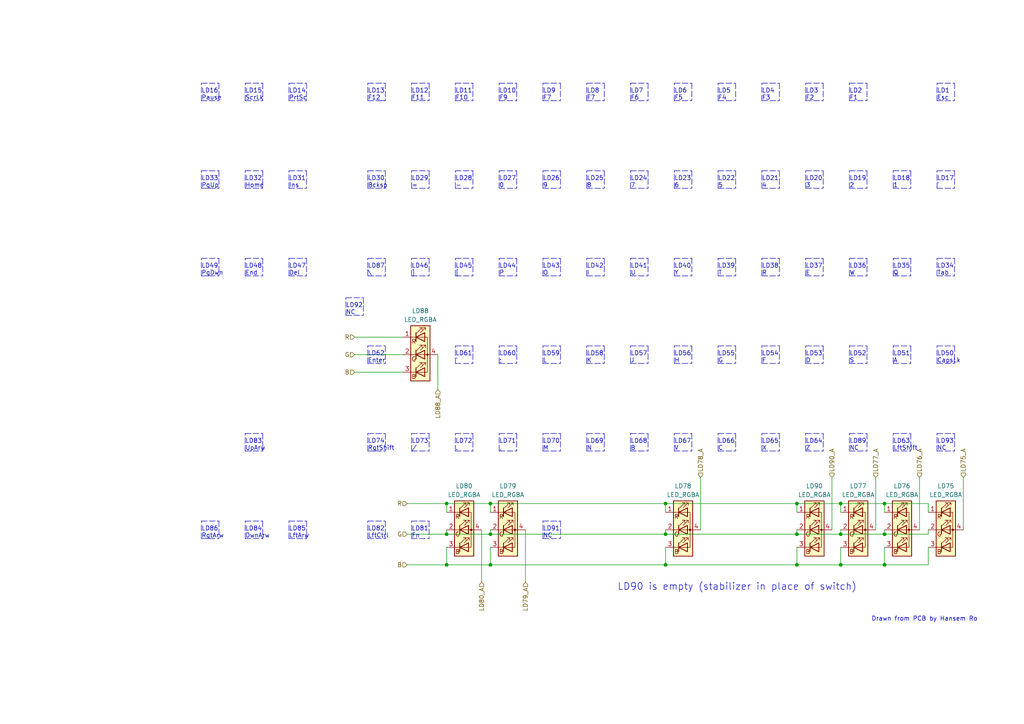
<source format=kicad_sch>
(kicad_sch (version 20211123) (generator eeschema)
  (paper "A4")
  (lib_symbols
    (symbol "Device:LED_RGBA" (pin_names (offset 0) hide)
      (property "Reference" "D" (at 0 9.398 0))
      (property "Value" "LED_RGBA" (at 0 -8.89 0))
      (symbol "LED_RGBA_0_0"
        (text "B" (at -1.905 -6.35 0) (effects (font (size 1.27 1.27))))
        (text "G" (at -1.905 -1.27 0) (effects (font (size 1.27 1.27))))
        (text "R" (at -1.905 3.81 0) (effects (font (size 1.27 1.27))))
      )
      (symbol "LED_RGBA_0_1"
        (polyline (pts (xy -1.27 -5.08) (xy -2.54 -5.08)))
        (polyline (pts (xy -1.27 -5.08) (xy 1.27 -5.08)))
        (polyline (pts (xy -1.27 -3.81) (xy -1.27 -6.35)) (stroke (width 0.254)))
        (polyline (pts (xy -1.27 0) (xy -2.54 0)))
        (polyline (pts (xy -1.27 1.27) (xy -1.27 -1.27)) (stroke (width 0.254)))
        (polyline (pts (xy -1.27 5.08) (xy -2.54 5.08)))
        (polyline (pts (xy -1.27 5.08) (xy 1.27 5.08)))
        (polyline (pts (xy -1.27 6.35) (xy -1.27 3.81)) (stroke (width 0.254)))
        (polyline (pts (xy 1.27 0) (xy -1.27 0)))
        (polyline (pts (xy 1.27 0) (xy 2.54 0)))
        (polyline (pts (xy -1.27 1.27) (xy -1.27 -1.27) (xy -1.27 -1.27)))
        (polyline (pts (xy -1.27 6.35) (xy -1.27 3.81) (xy -1.27 3.81)))
        (polyline (pts (xy 1.27 -5.08) (xy 2.032 -5.08) (xy 2.032 5.08) (xy 1.27 5.08)))
        (polyline (pts (xy 1.27 -3.81) (xy 1.27 -6.35) (xy -1.27 -5.08) (xy 1.27 -3.81)) (stroke (width 0.254)))
        (polyline (pts (xy 1.27 1.27) (xy 1.27 -1.27) (xy -1.27 0) (xy 1.27 1.27)) (stroke (width 0.254)))
        (polyline (pts (xy 1.27 6.35) (xy 1.27 3.81) (xy -1.27 5.08) (xy 1.27 6.35)) (stroke (width 0.254)))
        (polyline (pts (xy -1.016 -3.81) (xy 0.508 -2.286) (xy -0.254 -2.286) (xy 0.508 -2.286) (xy 0.508 -3.048)))
        (polyline (pts (xy -1.016 1.27) (xy 0.508 2.794) (xy -0.254 2.794) (xy 0.508 2.794) (xy 0.508 2.032)))
        (polyline (pts (xy -1.016 6.35) (xy 0.508 7.874) (xy -0.254 7.874) (xy 0.508 7.874) (xy 0.508 7.112)))
        (polyline (pts (xy 0 -3.81) (xy 1.524 -2.286) (xy 0.762 -2.286) (xy 1.524 -2.286) (xy 1.524 -3.048)))
        (polyline (pts (xy 0 1.27) (xy 1.524 2.794) (xy 0.762 2.794) (xy 1.524 2.794) (xy 1.524 2.032)))
        (polyline (pts (xy 0 6.35) (xy 1.524 7.874) (xy 0.762 7.874) (xy 1.524 7.874) (xy 1.524 7.112)))
        (rectangle (start 1.27 -1.27) (end 1.27 1.27))
        (rectangle (start 1.27 1.27) (end 1.27 1.27))
        (rectangle (start 1.27 3.81) (end 1.27 6.35))
        (rectangle (start 1.27 6.35) (end 1.27 6.35))
        (circle (center 2.032 0) (radius 0.254) (fill (type outline)))
        (rectangle (start 2.794 8.382) (end -2.794 -7.62) (stroke (width 0.254)) (fill (type background)))
      )
      (symbol "LED_RGBA_1_1"
        (pin passive line (at -5.08 5.08 0) (length 2.54) (name "RK") (number "1"))
        (pin passive line (at -5.08 0 0) (length 2.54) (name "GK") (number "2"))
        (pin passive line (at -5.08 -5.08 0) (length 2.54) (name "BK") (number "3"))
        (pin passive line (at 5.08 0 180) (length 2.54) (name "A") (number "4"))
      )
    )
  )
  (junction (at 142.24 163.83))
  (junction (at 193.04 146.05))
  (junction (at 193.04 154.94))
  (junction (at 243.84 154.94))
  (junction (at 231.14 163.83))
  (junction (at 129.54 154.94))
  (junction (at 243.84 146.05))
  (junction (at 231.14 154.94))
  (junction (at 243.84 163.83))
  (junction (at 256.54 163.83))
  (junction (at 256.54 146.05))
  (junction (at 129.54 163.83))
  (junction (at 142.24 154.94))
  (junction (at 193.04 163.83))
  (junction (at 231.14 146.05))
  (junction (at 256.54 154.94))
  (junction (at 129.54 146.05))
  (junction (at 142.24 146.05))
  (polyline (pts (xy 157.48 130.81) (xy 162.56 130.81)))
  (polyline (pts (xy 157.48 54.61) (xy 157.48 49.53)))
  (polyline (pts (xy 106.68 105.41) (xy 111.76 105.41)))
  (wire (pts (xy 256.54 146.05) (xy 256.54 148.59)))
  (polyline (pts (xy 76.2 74.93) (xy 76.2 80.01)))
  (polyline (pts (xy 162.56 74.93) (xy 162.56 80.01)))
  (polyline (pts (xy 132.08 74.93) (xy 137.16 74.93)))
  (polyline (pts (xy 259.08 54.61) (xy 264.16 54.61)))
  (polyline (pts (xy 132.08 105.41) (xy 137.16 105.41)))
  (polyline (pts (xy 132.08 49.53) (xy 137.16 49.53)))
  (polyline (pts (xy 170.18 130.81) (xy 175.26 130.81)))
  (wire (pts (xy 129.54 163.83) (xy 142.24 163.83)))
  (polyline (pts (xy 111.76 151.13) (xy 111.76 156.21)))
  (polyline (pts (xy 208.28 54.61) (xy 208.28 49.53)))
  (polyline (pts (xy 119.38 54.61) (xy 119.38 49.53)))
  (polyline (pts (xy 220.98 29.21) (xy 226.06 29.21)))
  (polyline (pts (xy 264.16 100.33) (xy 264.16 105.41)))
  (wire (pts (xy 243.84 154.94) (xy 256.54 154.94)))
  (polyline (pts (xy 106.68 156.21) (xy 111.76 156.21)))
  (polyline (pts (xy 213.36 49.53) (xy 213.36 54.61)))
  (polyline (pts (xy 119.38 156.21) (xy 124.46 156.21)))
  (polyline (pts (xy 259.08 54.61) (xy 259.08 49.53)))
  (polyline (pts (xy 195.58 29.21) (xy 195.58 24.13)))
  (polyline (pts (xy 246.38 105.41) (xy 251.46 105.41)))
  (polyline (pts (xy 83.82 156.21) (xy 83.82 151.13)))
  (wire (pts (xy 142.24 163.83) (xy 193.04 163.83)))
  (wire (pts (xy 102.87 107.95) (xy 116.84 107.95)))
  (polyline (pts (xy 119.38 24.13) (xy 124.46 24.13)))
  (polyline (pts (xy 182.88 54.61) (xy 187.96 54.61)))
  (polyline (pts (xy 83.82 80.01) (xy 88.9 80.01)))
  (polyline (pts (xy 200.66 74.93) (xy 200.66 80.01)))
  (wire (pts (xy 231.14 163.83) (xy 231.14 158.75)))
  (polyline (pts (xy 233.68 24.13) (xy 238.76 24.13)))
  (polyline (pts (xy 157.48 24.13) (xy 162.56 24.13)))
  (polyline (pts (xy 144.78 125.73) (xy 149.86 125.73)))
  (polyline (pts (xy 111.76 24.13) (xy 111.76 29.21)))
  (wire (pts (xy 243.84 146.05) (xy 243.84 148.59)))
  (polyline (pts (xy 105.41 86.36) (xy 105.41 91.44)))
  (polyline (pts (xy 246.38 80.01) (xy 246.38 74.93)))
  (polyline (pts (xy 132.08 80.01) (xy 137.16 80.01)))
  (polyline (pts (xy 71.12 80.01) (xy 76.2 80.01)))
  (polyline (pts (xy 195.58 54.61) (xy 195.58 49.53)))
  (polyline (pts (xy 271.78 49.53) (xy 276.86 49.53)))
  (polyline (pts (xy 182.88 74.93) (xy 187.96 74.93)))
  (wire (pts (xy 139.7 153.67) (xy 139.7 168.91)))
  (polyline (pts (xy 144.78 49.53) (xy 149.86 49.53)))
  (polyline (pts (xy 119.38 125.73) (xy 124.46 125.73)))
  (polyline (pts (xy 213.36 24.13) (xy 213.36 29.21)))
  (polyline (pts (xy 233.68 100.33) (xy 238.76 100.33)))
  (polyline (pts (xy 119.38 74.93) (xy 124.46 74.93)))
  (polyline (pts (xy 246.38 24.13) (xy 251.46 24.13)))
  (polyline (pts (xy 83.82 151.13) (xy 88.9 151.13)))
  (polyline (pts (xy 111.76 49.53) (xy 111.76 54.61)))
  (polyline (pts (xy 259.08 105.41) (xy 259.08 100.33)))
  (polyline (pts (xy 58.42 24.13) (xy 63.5 24.13)))
  (polyline (pts (xy 271.78 74.93) (xy 276.86 74.93)))
  (polyline (pts (xy 157.48 151.13) (xy 162.56 151.13)))
  (wire (pts (xy 193.04 146.05) (xy 231.14 146.05)))
  (polyline (pts (xy 182.88 105.41) (xy 182.88 100.33)))
  (polyline (pts (xy 149.86 49.53) (xy 149.86 54.61)))
  (polyline (pts (xy 208.28 125.73) (xy 213.36 125.73)))
  (polyline (pts (xy 132.08 24.13) (xy 137.16 24.13)))
  (polyline (pts (xy 162.56 49.53) (xy 162.56 54.61)))
  (polyline (pts (xy 271.78 105.41) (xy 276.86 105.41)))
  (polyline (pts (xy 246.38 105.41) (xy 246.38 100.33)))
  (polyline (pts (xy 119.38 29.21) (xy 124.46 29.21)))
  (polyline (pts (xy 157.48 105.41) (xy 157.48 100.33)))
  (polyline (pts (xy 71.12 80.01) (xy 71.12 74.93)))
  (polyline (pts (xy 157.48 100.33) (xy 162.56 100.33)))
  (polyline (pts (xy 259.08 74.93) (xy 264.16 74.93)))
  (polyline (pts (xy 58.42 29.21) (xy 63.5 29.21)))
  (polyline (pts (xy 157.48 49.53) (xy 162.56 49.53)))
  (polyline (pts (xy 149.86 24.13) (xy 149.86 29.21)))
  (polyline (pts (xy 233.68 29.21) (xy 238.76 29.21)))
  (polyline (pts (xy 124.46 49.53) (xy 124.46 54.61)))
  (polyline (pts (xy 162.56 151.13) (xy 162.56 156.21)))
  (polyline (pts (xy 246.38 130.81) (xy 246.38 125.73)))
  (polyline (pts (xy 119.38 151.13) (xy 124.46 151.13)))
  (polyline (pts (xy 106.68 80.01) (xy 111.76 80.01)))
  (polyline (pts (xy 58.42 156.21) (xy 58.42 151.13)))
  (polyline (pts (xy 271.78 80.01) (xy 271.78 74.93)))
  (polyline (pts (xy 170.18 80.01) (xy 175.26 80.01)))
  (polyline (pts (xy 76.2 125.73) (xy 76.2 130.81)))
  (polyline (pts (xy 238.76 49.53) (xy 238.76 54.61)))
  (polyline (pts (xy 195.58 130.81) (xy 195.58 125.73)))
  (polyline (pts (xy 233.68 130.81) (xy 233.68 125.73)))
  (polyline (pts (xy 226.06 100.33) (xy 226.06 105.41)))
  (polyline (pts (xy 119.38 29.21) (xy 119.38 24.13)))
  (polyline (pts (xy 63.5 49.53) (xy 63.5 54.61)))
  (polyline (pts (xy 195.58 80.01) (xy 200.66 80.01)))
  (polyline (pts (xy 132.08 130.81) (xy 137.16 130.81)))
  (polyline (pts (xy 200.66 49.53) (xy 200.66 54.61)))
  (polyline (pts (xy 246.38 74.93) (xy 251.46 74.93)))
  (polyline (pts (xy 271.78 54.61) (xy 271.78 49.53)))
  (polyline (pts (xy 71.12 29.21) (xy 76.2 29.21)))
  (polyline (pts (xy 149.86 100.33) (xy 149.86 105.41)))
  (polyline (pts (xy 182.88 105.41) (xy 187.96 105.41)))
  (polyline (pts (xy 144.78 24.13) (xy 149.86 24.13)))
  (polyline (pts (xy 246.38 54.61) (xy 246.38 49.53)))
  (polyline (pts (xy 170.18 130.81) (xy 170.18 125.73)))
  (polyline (pts (xy 58.42 80.01) (xy 58.42 74.93)))
  (polyline (pts (xy 149.86 125.73) (xy 149.86 130.81)))
  (polyline (pts (xy 233.68 29.21) (xy 233.68 24.13)))
  (polyline (pts (xy 220.98 130.81) (xy 220.98 125.73)))
  (polyline (pts (xy 208.28 100.33) (xy 213.36 100.33)))
  (polyline (pts (xy 106.68 130.81) (xy 111.76 130.81)))
  (polyline (pts (xy 208.28 80.01) (xy 208.28 74.93)))
  (polyline (pts (xy 170.18 105.41) (xy 175.26 105.41)))
  (polyline (pts (xy 58.42 80.01) (xy 63.5 80.01)))
  (wire (pts (xy 193.04 146.05) (xy 193.04 148.59)))
  (polyline (pts (xy 187.96 49.53) (xy 187.96 54.61)))
  (wire (pts (xy 118.11 163.83) (xy 129.54 163.83)))
  (polyline (pts (xy 226.06 125.73) (xy 226.06 130.81)))
  (polyline (pts (xy 132.08 100.33) (xy 137.16 100.33)))
  (polyline (pts (xy 233.68 105.41) (xy 238.76 105.41)))
  (polyline (pts (xy 208.28 105.41) (xy 213.36 105.41)))
  (polyline (pts (xy 106.68 105.41) (xy 106.68 100.33)))
  (polyline (pts (xy 119.38 130.81) (xy 124.46 130.81)))
  (polyline (pts (xy 233.68 54.61) (xy 238.76 54.61)))
  (polyline (pts (xy 144.78 80.01) (xy 149.86 80.01)))
  (polyline (pts (xy 182.88 54.61) (xy 182.88 49.53)))
  (wire (pts (xy 231.14 154.94) (xy 231.14 153.67)))
  (polyline (pts (xy 71.12 74.93) (xy 76.2 74.93)))
  (polyline (pts (xy 195.58 100.33) (xy 200.66 100.33)))
  (polyline (pts (xy 195.58 74.93) (xy 200.66 74.93)))
  (polyline (pts (xy 88.9 74.93) (xy 88.9 80.01)))
  (polyline (pts (xy 182.88 29.21) (xy 187.96 29.21)))
  (polyline (pts (xy 162.56 24.13) (xy 162.56 29.21)))
  (polyline (pts (xy 246.38 125.73) (xy 251.46 125.73)))
  (polyline (pts (xy 58.42 54.61) (xy 63.5 54.61)))
  (polyline (pts (xy 259.08 105.41) (xy 264.16 105.41)))
  (polyline (pts (xy 124.46 151.13) (xy 124.46 156.21)))
  (polyline (pts (xy 220.98 100.33) (xy 226.06 100.33)))
  (polyline (pts (xy 106.68 49.53) (xy 111.76 49.53)))
  (polyline (pts (xy 226.06 24.13) (xy 226.06 29.21)))
  (polyline (pts (xy 137.16 125.73) (xy 137.16 130.81)))
  (polyline (pts (xy 182.88 80.01) (xy 187.96 80.01)))
  (polyline (pts (xy 124.46 24.13) (xy 124.46 29.21)))
  (polyline (pts (xy 175.26 125.73) (xy 175.26 130.81)))
  (polyline (pts (xy 246.38 54.61) (xy 251.46 54.61)))
  (wire (pts (xy 193.04 163.83) (xy 193.04 158.75)))
  (polyline (pts (xy 111.76 74.93) (xy 111.76 80.01)))
  (wire (pts (xy 256.54 154.94) (xy 269.24 154.94)))
  (polyline (pts (xy 213.36 74.93) (xy 213.36 80.01)))
  (wire (pts (xy 118.11 146.05) (xy 129.54 146.05)))
  (polyline (pts (xy 170.18 125.73) (xy 175.26 125.73)))
  (wire (pts (xy 256.54 146.05) (xy 269.24 146.05)))
  (polyline (pts (xy 271.78 125.73) (xy 276.86 125.73)))
  (polyline (pts (xy 124.46 74.93) (xy 124.46 80.01)))
  (polyline (pts (xy 106.68 156.21) (xy 106.68 151.13)))
  (wire (pts (xy 243.84 154.94) (xy 243.84 153.67)))
  (polyline (pts (xy 182.88 130.81) (xy 182.88 125.73)))
  (polyline (pts (xy 111.76 125.73) (xy 111.76 130.81)))
  (polyline (pts (xy 157.48 29.21) (xy 162.56 29.21)))
  (polyline (pts (xy 246.38 130.81) (xy 251.46 130.81)))
  (polyline (pts (xy 170.18 80.01) (xy 170.18 74.93)))
  (wire (pts (xy 142.24 146.05) (xy 193.04 146.05)))
  (polyline (pts (xy 170.18 24.13) (xy 175.26 24.13)))
  (polyline (pts (xy 246.38 100.33) (xy 251.46 100.33)))
  (polyline (pts (xy 220.98 74.93) (xy 226.06 74.93)))
  (polyline (pts (xy 259.08 80.01) (xy 264.16 80.01)))
  (wire (pts (xy 243.84 163.83) (xy 256.54 163.83)))
  (wire (pts (xy 142.24 146.05) (xy 142.24 148.59)))
  (wire (pts (xy 203.2 138.43) (xy 203.2 153.67)))
  (polyline (pts (xy 259.08 130.81) (xy 259.08 125.73)))
  (polyline (pts (xy 76.2 49.53) (xy 76.2 54.61)))
  (polyline (pts (xy 233.68 105.41) (xy 233.68 100.33)))
  (polyline (pts (xy 238.76 74.93) (xy 238.76 80.01)))
  (wire (pts (xy 269.24 163.83) (xy 269.24 158.75)))
  (polyline (pts (xy 132.08 54.61) (xy 132.08 49.53)))
  (polyline (pts (xy 71.12 130.81) (xy 76.2 130.81)))
  (polyline (pts (xy 119.38 49.53) (xy 124.46 49.53)))
  (wire (pts (xy 102.87 102.87) (xy 116.84 102.87)))
  (polyline (pts (xy 106.68 54.61) (xy 106.68 49.53)))
  (polyline (pts (xy 187.96 24.13) (xy 187.96 29.21)))
  (polyline (pts (xy 157.48 54.61) (xy 162.56 54.61)))
  (polyline (pts (xy 208.28 29.21) (xy 208.28 24.13)))
  (polyline (pts (xy 124.46 125.73) (xy 124.46 130.81)))
  (polyline (pts (xy 157.48 125.73) (xy 162.56 125.73)))
  (polyline (pts (xy 175.26 24.13) (xy 175.26 29.21)))
  (polyline (pts (xy 157.48 74.93) (xy 162.56 74.93)))
  (polyline (pts (xy 106.68 54.61) (xy 111.76 54.61)))
  (polyline (pts (xy 246.38 29.21) (xy 246.38 24.13)))
  (polyline (pts (xy 220.98 105.41) (xy 226.06 105.41)))
  (polyline (pts (xy 132.08 29.21) (xy 132.08 24.13)))
  (polyline (pts (xy 271.78 80.01) (xy 276.86 80.01)))
  (polyline (pts (xy 83.82 29.21) (xy 83.82 24.13)))
  (polyline (pts (xy 226.06 49.53) (xy 226.06 54.61)))
  (polyline (pts (xy 175.26 74.93) (xy 175.26 80.01)))
  (polyline (pts (xy 157.48 29.21) (xy 157.48 24.13)))
  (polyline (pts (xy 259.08 125.73) (xy 264.16 125.73)))
  (polyline (pts (xy 195.58 130.81) (xy 200.66 130.81)))
  (polyline (pts (xy 276.86 24.13) (xy 276.86 29.21)))
  (polyline (pts (xy 251.46 125.73) (xy 251.46 130.81)))
  (polyline (pts (xy 233.68 74.93) (xy 238.76 74.93)))
  (polyline (pts (xy 259.08 100.33) (xy 264.16 100.33)))
  (wire (pts (xy 269.24 154.94) (xy 269.24 153.67)))
  (polyline (pts (xy 63.5 74.93) (xy 63.5 80.01)))
  (polyline (pts (xy 264.16 74.93) (xy 264.16 80.01)))
  (polyline (pts (xy 220.98 29.21) (xy 220.98 24.13)))
  (polyline (pts (xy 170.18 29.21) (xy 175.26 29.21)))
  (polyline (pts (xy 137.16 100.33) (xy 137.16 105.41)))
  (polyline (pts (xy 119.38 130.81) (xy 119.38 125.73)))
  (polyline (pts (xy 195.58 105.41) (xy 195.58 100.33)))
  (polyline (pts (xy 83.82 80.01) (xy 83.82 74.93)))
  (polyline (pts (xy 182.88 49.53) (xy 187.96 49.53)))
  (polyline (pts (xy 137.16 24.13) (xy 137.16 29.21)))
  (polyline (pts (xy 157.48 156.21) (xy 157.48 151.13)))
  (wire (pts (xy 193.04 154.94) (xy 231.14 154.94)))
  (polyline (pts (xy 144.78 105.41) (xy 144.78 100.33)))
  (wire (pts (xy 193.04 154.94) (xy 193.04 153.67)))
  (polyline (pts (xy 276.86 74.93) (xy 276.86 80.01)))
  (polyline (pts (xy 83.82 54.61) (xy 83.82 49.53)))
  (wire (pts (xy 269.24 146.05) (xy 269.24 148.59)))
  (polyline (pts (xy 58.42 151.13) (xy 63.5 151.13)))
  (polyline (pts (xy 170.18 105.41) (xy 170.18 100.33)))
  (polyline (pts (xy 157.48 80.01) (xy 162.56 80.01)))
  (polyline (pts (xy 182.88 130.81) (xy 187.96 130.81)))
  (polyline (pts (xy 170.18 49.53) (xy 175.26 49.53)))
  (polyline (pts (xy 246.38 29.21) (xy 251.46 29.21)))
  (polyline (pts (xy 63.5 24.13) (xy 63.5 29.21)))
  (polyline (pts (xy 213.36 100.33) (xy 213.36 105.41)))
  (polyline (pts (xy 137.16 74.93) (xy 137.16 80.01)))
  (polyline (pts (xy 157.48 130.81) (xy 157.48 125.73)))
  (polyline (pts (xy 100.33 91.44) (xy 100.33 86.36)))
  (polyline (pts (xy 132.08 54.61) (xy 137.16 54.61)))
  (polyline (pts (xy 208.28 54.61) (xy 213.36 54.61)))
  (polyline (pts (xy 233.68 49.53) (xy 238.76 49.53)))
  (polyline (pts (xy 271.78 24.13) (xy 276.86 24.13)))
  (polyline (pts (xy 132.08 130.81) (xy 132.08 125.73)))
  (polyline (pts (xy 170.18 54.61) (xy 175.26 54.61)))
  (wire (pts (xy 256.54 154.94) (xy 256.54 153.67)))
  (polyline (pts (xy 119.38 156.21) (xy 119.38 151.13)))
  (polyline (pts (xy 144.78 100.33) (xy 149.86 100.33)))
  (polyline (pts (xy 71.12 156.21) (xy 71.12 151.13)))
  (polyline (pts (xy 106.68 151.13) (xy 111.76 151.13)))
  (polyline (pts (xy 175.26 100.33) (xy 175.26 105.41)))
  (polyline (pts (xy 200.66 100.33) (xy 200.66 105.41)))
  (polyline (pts (xy 233.68 80.01) (xy 238.76 80.01)))
  (polyline (pts (xy 271.78 130.81) (xy 271.78 125.73)))
  (polyline (pts (xy 208.28 130.81) (xy 213.36 130.81)))
  (polyline (pts (xy 157.48 156.21) (xy 162.56 156.21)))
  (polyline (pts (xy 271.78 29.21) (xy 271.78 24.13)))
  (polyline (pts (xy 259.08 49.53) (xy 264.16 49.53)))
  (polyline (pts (xy 220.98 80.01) (xy 220.98 74.93)))
  (polyline (pts (xy 213.36 125.73) (xy 213.36 130.81)))
  (wire (pts (xy 129.54 153.67) (xy 129.54 154.94)))
  (polyline (pts (xy 276.86 49.53) (xy 276.86 54.61)))
  (wire (pts (xy 129.54 154.94) (xy 142.24 154.94)))
  (polyline (pts (xy 71.12 54.61) (xy 76.2 54.61)))
  (polyline (pts (xy 182.88 100.33) (xy 187.96 100.33)))
  (polyline (pts (xy 208.28 80.01) (xy 213.36 80.01)))
  (polyline (pts (xy 106.68 29.21) (xy 106.68 24.13)))
  (wire (pts (xy 243.84 146.05) (xy 256.54 146.05)))
  (polyline (pts (xy 220.98 130.81) (xy 226.06 130.81)))
  (polyline (pts (xy 144.78 74.93) (xy 149.86 74.93)))
  (polyline (pts (xy 71.12 156.21) (xy 76.2 156.21)))
  (polyline (pts (xy 271.78 130.81) (xy 276.86 130.81)))
  (polyline (pts (xy 58.42 54.61) (xy 58.42 49.53)))
  (wire (pts (xy 118.11 154.94) (xy 129.54 154.94)))
  (wire (pts (xy 102.87 97.79) (xy 116.84 97.79)))
  (polyline (pts (xy 149.86 74.93) (xy 149.86 80.01)))
  (polyline (pts (xy 106.68 125.73) (xy 111.76 125.73)))
  (polyline (pts (xy 76.2 151.13) (xy 76.2 156.21)))
  (polyline (pts (xy 88.9 151.13) (xy 88.9 156.21)))
  (wire (pts (xy 266.7 138.43) (xy 266.7 153.67)))
  (polyline (pts (xy 83.82 156.21) (xy 88.9 156.21)))
  (polyline (pts (xy 76.2 24.13) (xy 76.2 29.21)))
  (wire (pts (xy 231.14 146.05) (xy 243.84 146.05)))
  (polyline (pts (xy 100.33 91.44) (xy 105.41 91.44)))
  (polyline (pts (xy 208.28 24.13) (xy 213.36 24.13)))
  (polyline (pts (xy 276.86 100.33) (xy 276.86 105.41)))
  (polyline (pts (xy 144.78 54.61) (xy 144.78 49.53)))
  (polyline (pts (xy 208.28 74.93) (xy 213.36 74.93)))
  (polyline (pts (xy 71.12 29.21) (xy 71.12 24.13)))
  (polyline (pts (xy 144.78 29.21) (xy 144.78 24.13)))
  (polyline (pts (xy 106.68 80.01) (xy 106.68 74.93)))
  (polyline (pts (xy 233.68 130.81) (xy 238.76 130.81)))
  (polyline (pts (xy 58.42 156.21) (xy 63.5 156.21)))
  (polyline (pts (xy 238.76 24.13) (xy 238.76 29.21)))
  (wire (pts (xy 142.24 163.83) (xy 142.24 158.75)))
  (wire (pts (xy 243.84 163.83) (xy 243.84 158.75)))
  (polyline (pts (xy 251.46 74.93) (xy 251.46 80.01)))
  (polyline (pts (xy 259.08 80.01) (xy 259.08 74.93)))
  (polyline (pts (xy 106.68 24.13) (xy 111.76 24.13)))
  (polyline (pts (xy 144.78 130.81) (xy 149.86 130.81)))
  (polyline (pts (xy 251.46 24.13) (xy 251.46 29.21)))
  (polyline (pts (xy 195.58 24.13) (xy 200.66 24.13)))
  (polyline (pts (xy 137.16 49.53) (xy 137.16 54.61)))
  (polyline (pts (xy 259.08 130.81) (xy 264.16 130.81)))
  (polyline (pts (xy 162.56 100.33) (xy 162.56 105.41)))
  (polyline (pts (xy 220.98 54.61) (xy 226.06 54.61)))
  (polyline (pts (xy 182.88 80.01) (xy 182.88 74.93)))
  (polyline (pts (xy 132.08 105.41) (xy 132.08 100.33)))
  (polyline (pts (xy 251.46 49.53) (xy 251.46 54.61)))
  (polyline (pts (xy 200.66 24.13) (xy 200.66 29.21)))
  (polyline (pts (xy 71.12 151.13) (xy 76.2 151.13)))
  (polyline (pts (xy 195.58 54.61) (xy 200.66 54.61)))
  (polyline (pts (xy 132.08 125.73) (xy 137.16 125.73)))
  (polyline (pts (xy 144.78 54.61) (xy 149.86 54.61)))
  (polyline (pts (xy 157.48 105.41) (xy 162.56 105.41)))
  (polyline (pts (xy 63.5 151.13) (xy 63.5 156.21)))
  (polyline (pts (xy 144.78 130.81) (xy 144.78 125.73)))
  (polyline (pts (xy 271.78 29.21) (xy 276.86 29.21)))
  (polyline (pts (xy 195.58 49.53) (xy 200.66 49.53)))
  (wire (pts (xy 241.3 138.43) (xy 241.3 153.67)))
  (polyline (pts (xy 233.68 54.61) (xy 233.68 49.53)))
  (wire (pts (xy 256.54 163.83) (xy 256.54 158.75)))
  (polyline (pts (xy 233.68 125.73) (xy 238.76 125.73)))
  (polyline (pts (xy 195.58 29.21) (xy 200.66 29.21)))
  (polyline (pts (xy 111.76 100.33) (xy 111.76 105.41)))
  (wire (pts (xy 254 138.43) (xy 254 153.67)))
  (wire (pts (xy 142.24 154.94) (xy 142.24 153.67)))
  (wire (pts (xy 231.14 146.05) (xy 231.14 148.59)))
  (polyline (pts (xy 271.78 105.41) (xy 271.78 100.33)))
  (polyline (pts (xy 71.12 54.61) (xy 71.12 49.53)))
  (polyline (pts (xy 162.56 125.73) (xy 162.56 130.81)))
  (polyline (pts (xy 58.42 74.93) (xy 63.5 74.93)))
  (polyline (pts (xy 220.98 54.61) (xy 220.98 49.53)))
  (polyline (pts (xy 119.38 80.01) (xy 119.38 74.93)))
  (polyline (pts (xy 83.82 29.21) (xy 88.9 29.21)))
  (wire (pts (xy 127 102.87) (xy 127 113.03)))
  (polyline (pts (xy 208.28 49.53) (xy 213.36 49.53)))
  (wire (pts (xy 129.54 148.59) (xy 129.54 146.05)))
  (polyline (pts (xy 170.18 54.61) (xy 170.18 49.53)))
  (polyline (pts (xy 195.58 105.41) (xy 200.66 105.41)))
  (polyline (pts (xy 106.68 130.81) (xy 106.68 125.73)))
  (polyline (pts (xy 187.96 125.73) (xy 187.96 130.81)))
  (wire (pts (xy 129.54 158.75) (xy 129.54 163.83)))
  (polyline (pts (xy 271.78 54.61) (xy 276.86 54.61)))
  (polyline (pts (xy 132.08 29.21) (xy 137.16 29.21)))
  (polyline (pts (xy 195.58 80.01) (xy 195.58 74.93)))
  (polyline (pts (xy 58.42 49.53) (xy 63.5 49.53)))
  (polyline (pts (xy 220.98 49.53) (xy 226.06 49.53)))
  (polyline (pts (xy 182.88 125.73) (xy 187.96 125.73)))
  (wire (pts (xy 256.54 163.83) (xy 269.24 163.83)))
  (polyline (pts (xy 144.78 29.21) (xy 149.86 29.21)))
  (polyline (pts (xy 200.66 125.73) (xy 200.66 130.81)))
  (polyline (pts (xy 238.76 100.33) (xy 238.76 105.41)))
  (polyline (pts (xy 182.88 24.13) (xy 187.96 24.13)))
  (polyline (pts (xy 271.78 100.33) (xy 276.86 100.33)))
  (polyline (pts (xy 111.76 29.21) (xy 110.49 29.21)))
  (polyline (pts (xy 83.82 49.53) (xy 88.9 49.53)))
  (wire (pts (xy 152.4 153.67) (xy 152.4 168.91)))
  (polyline (pts (xy 170.18 100.33) (xy 175.26 100.33)))
  (polyline (pts (xy 170.18 74.93) (xy 175.26 74.93)))
  (wire (pts (xy 279.4 138.43) (xy 279.4 153.67)))
  (wire (pts (xy 142.24 154.94) (xy 193.04 154.94)))
  (polyline (pts (xy 246.38 80.01) (xy 251.46 80.01)))
  (polyline (pts (xy 187.96 74.93) (xy 187.96 80.01)))
  (wire (pts (xy 231.14 163.83) (xy 243.84 163.83)))
  (polyline (pts (xy 220.98 80.01) (xy 226.06 80.01)))
  (polyline (pts (xy 208.28 29.21) (xy 213.36 29.21)))
  (polyline (pts (xy 264.16 125.73) (xy 264.16 130.81)))
  (polyline (pts (xy 157.48 80.01) (xy 157.48 74.93)))
  (polyline (pts (xy 106.68 74.93) (xy 111.76 74.93)))
  (polyline (pts (xy 182.88 29.21) (xy 182.88 24.13)))
  (polyline (pts (xy 220.98 24.13) (xy 226.06 24.13)))
  (polyline (pts (xy 83.82 24.13) (xy 88.9 24.13)))
  (polyline (pts (xy 220.98 125.73) (xy 226.06 125.73)))
  (polyline (pts (xy 58.42 29.21) (xy 58.42 24.13)))
  (polyline (pts (xy 264.16 49.53) (xy 264.16 54.61)))
  (polyline (pts (xy 71.12 24.13) (xy 76.2 24.13)))
  (polyline (pts (xy 71.12 49.53) (xy 76.2 49.53)))
  (polyline (pts (xy 71.12 130.81) (xy 71.12 125.73)))
  (polyline (pts (xy 233.68 80.01) (xy 233.68 74.93)))
  (polyline (pts (xy 175.26 49.53) (xy 175.26 54.61)))
  (polyline (pts (xy 100.33 86.36) (xy 105.41 86.36)))
  (polyline (pts (xy 88.9 24.13) (xy 88.9 29.21)))
  (polyline (pts (xy 208.28 105.41) (xy 208.28 100.33)))
  (polyline (pts (xy 170.18 29.21) (xy 170.18 24.13)))
  (polyline (pts (xy 119.38 54.61) (xy 124.46 54.61)))
  (polyline (pts (xy 208.28 130.81) (xy 208.28 125.73)))
  (polyline (pts (xy 83.82 54.61) (xy 88.9 54.61)))
  (polyline (pts (xy 276.86 125.73) (xy 276.86 130.81)))
  (polyline (pts (xy 88.9 49.53) (xy 88.9 54.61)))
  (polyline (pts (xy 119.38 80.01) (xy 124.46 80.01)))
  (polyline (pts (xy 83.82 74.93) (xy 88.9 74.93)))
  (wire (pts (xy 231.14 154.94) (xy 243.84 154.94)))
  (polyline (pts (xy 144.78 105.41) (xy 149.86 105.41)))
  (polyline (pts (xy 220.98 105.41) (xy 220.98 100.33)))
  (polyline (pts (xy 144.78 80.01) (xy 144.78 74.93)))
  (polyline (pts (xy 195.58 125.73) (xy 200.66 125.73)))
  (polyline (pts (xy 132.08 80.01) (xy 132.08 74.93)))
  (polyline (pts (xy 106.68 100.33) (xy 111.76 100.33)))
  (polyline (pts (xy 226.06 74.93) (xy 226.06 80.01)))
  (wire (pts (xy 129.54 146.05) (xy 142.24 146.05)))
  (polyline (pts (xy 187.96 100.33) (xy 187.96 105.41)))
  (polyline (pts (xy 246.38 49.53) (xy 251.46 49.53)))
  (wire (pts (xy 193.04 163.83) (xy 231.14 163.83)))
  (polyline (pts (xy 106.68 29.21) (xy 111.76 29.21)))
  (polyline (pts (xy 251.46 100.33) (xy 251.46 105.41)))
  (polyline (pts (xy 238.76 125.73) (xy 238.76 130.81)))
  (polyline (pts (xy 71.12 125.73) (xy 76.2 125.73)))
  (text "LD2\nF1" (at 246.38 29.21 0) (effects (font (size 1.27 1.27)) (justify left bottom)))
  (text "LD92\nNC" (at 100.33 91.44 0) (effects (font (size 1.27 1.27)) (justify left bottom)))
  (text "LD8\nF7" (at 170.18 29.21 0) (effects (font (size 1.27 1.27)) (justify left bottom)))
  (text "LD71\n," (at 144.78 130.81 0) (effects (font (size 1.27 1.27)) (justify left bottom)))
  (text "LD73\n/" (at 119.38 130.81 0) (effects (font (size 1.27 1.27)) (justify left bottom)))
  (text "LD43\nO" (at 157.48 80.01 0) (effects (font (size 1.27 1.27)) (justify left bottom)))
  (text "Drawn from PCB by Hansem Ro" (at 252.73 180.34 0) (effects (font (size 1.27 1.27)) (justify left bottom)))
  (text "LD70\nM" (at 157.48 130.81 0) (effects (font (size 1.27 1.27)) (justify left bottom)))
  (text "LD16\nPause" (at 58.42 29.21 0) (effects (font (size 1.27 1.27)) (justify left bottom)))
  (text "LD18\n1" (at 259.08 54.61 0) (effects (font (size 1.27 1.27)) (justify left bottom)))
  (text "LD46\n]" (at 119.38 80.01 0) (effects (font (size 1.27 1.27)) (justify left bottom)))
  (text "LD81\nFn" (at 119.38 156.21 0) (effects (font (size 1.27 1.27)) (justify left bottom)))
  (text "LD57\nJ" (at 182.88 105.41 0) (effects (font (size 1.27 1.27)) (justify left bottom)))
  (text "LD54\nF" (at 220.98 105.41 0) (effects (font (size 1.27 1.27)) (justify left bottom)))
  (text "LD87\n\\" (at 106.68 80.01 0) (effects (font (size 1.27 1.27)) (justify left bottom)))
  (text "LD32\nHome" (at 71.12 54.61 0) (effects (font (size 1.27 1.27)) (justify left bottom)))
  (text "LD58\nK" (at 170.18 105.41 0) (effects (font (size 1.27 1.27)) (justify left bottom)))
  (text "LD50\nCapsLk" (at 271.78 105.41 0) (effects (font (size 1.27 1.27)) (justify left bottom)))
  (text "LD47\nDel" (at 83.82 80.01 0) (effects (font (size 1.27 1.27)) (justify left bottom)))
  (text "LD22\n5" (at 208.28 54.61 0) (effects (font (size 1.27 1.27)) (justify left bottom)))
  (text "LD17\n`" (at 271.78 54.61 0) (effects (font (size 1.27 1.27)) (justify left bottom)))
  (text "LD84\nDwnArw" (at 71.12 156.21 0) (effects (font (size 1.27 1.27)) (justify left bottom)))
  (text "LD66\nC" (at 208.28 130.81 0) (effects (font (size 1.27 1.27)) (justify left bottom)))
  (text "LD27\n0" (at 144.78 54.61 0) (effects (font (size 1.27 1.27)) (justify left bottom)))
  (text "LD35\nQ" (at 259.08 80.01 0) (effects (font (size 1.27 1.27)) (justify left bottom)))
  (text "LD5\nF4" (at 208.28 29.21 0) (effects (font (size 1.27 1.27)) (justify left bottom)))
  (text "LD29\n=" (at 119.38 54.61 0) (effects (font (size 1.27 1.27)) (justify left bottom)))
  (text "LD63\nLftShift" (at 259.08 130.81 0) (effects (font (size 1.27 1.27)) (justify left bottom)))
  (text "LD91\nNC" (at 157.48 156.21 0) (effects (font (size 1.27 1.27)) (justify left bottom)))
  (text "LD86\nRgtArw" (at 58.42 156.21 0) (effects (font (size 1.27 1.27)) (justify left bottom)))
  (text "LD61\n'" (at 132.08 105.41 0) (effects (font (size 1.27 1.27)) (justify left bottom)))
  (text "LD14\nPrtSc" (at 83.82 29.21 0) (effects (font (size 1.27 1.27)) (justify left bottom)))
  (text "LD82\nLftCtrl" (at 106.68 156.21 0) (effects (font (size 1.27 1.27)) (justify left bottom)))
  (text "LD42\nI" (at 170.18 80.01 0) (effects (font (size 1.27 1.27)) (justify left bottom)))
  (text "LD65\nX" (at 220.98 130.81 0) (effects (font (size 1.27 1.27)) (justify left bottom)))
  (text "LD48\nEnd" (at 71.12 80.01 0) (effects (font (size 1.27 1.27)) (justify left bottom)))
  (text "LD25\n8" (at 170.18 54.61 0) (effects (font (size 1.27 1.27)) (justify left bottom)))
  (text "LD56\nH" (at 195.58 105.41 0) (effects (font (size 1.27 1.27)) (justify left bottom)))
  (text "LD7\nF6" (at 182.88 29.21 0) (effects (font (size 1.27 1.27)) (justify left bottom)))
  (text "LD34\nTab" (at 271.78 80.01 0) (effects (font (size 1.27 1.27)) (justify left bottom)))
  (text "LD90 is empty (stabilizer in place of switch)" (at 179.07 171.45 0) (effects (font (size 2 2)) (justify left bottom)))
  (text "LD67\nV" (at 195.58 130.81 0) (effects (font (size 1.27 1.27)) (justify left bottom)))
  (text "LD26\n9" (at 157.48 54.61 0) (effects (font (size 1.27 1.27)) (justify left bottom)))
  (text "LD3\nF2" (at 233.68 29.21 0) (effects (font (size 1.27 1.27)) (justify left bottom)))
  (text "LD64\nZ" (at 233.68 130.81 0) (effects (font (size 1.27 1.27)) (justify left bottom)))
  (text "LD72\n." (at 132.08 130.81 0) (effects (font (size 1.27 1.27)) (justify left bottom)))
  (text "LD20\n3" (at 233.68 54.61 0) (effects (font (size 1.27 1.27)) (justify left bottom)))
  (text "LD52\nS" (at 246.38 105.41 0) (effects (font (size 1.27 1.27)) (justify left bottom)))
  (text "LD69\nN" (at 170.18 130.81 0) (effects (font (size 1.27 1.27)) (justify left bottom)))
  (text "LD85\nLftArw" (at 83.82 156.21 0) (effects (font (size 1.27 1.27)) (justify left bottom)))
  (text "LD33\nPgUp" (at 58.42 54.61 0) (effects (font (size 1.27 1.27)) (justify left bottom)))
  (text "LD6\nF5" (at 195.58 29.21 0) (effects (font (size 1.27 1.27)) (justify left bottom)))
  (text "LD30\nBcksp" (at 106.68 54.61 0) (effects (font (size 1.27 1.27)) (justify left bottom)))
  (text "LD45\n[" (at 132.08 80.01 0) (effects (font (size 1.27 1.27)) (justify left bottom)))
  (text "LD39\nT" (at 208.28 80.01 0) (effects (font (size 1.27 1.27)) (justify left bottom)))
  (text "LD15\nScrLk" (at 71.12 29.21 0) (effects (font (size 1.27 1.27)) (justify left bottom)))
  (text "LD1\nEsc" (at 271.78 29.21 0) (effects (font (size 1.27 1.27)) (justify left bottom)))
  (text "LD62\nEnter" (at 106.68 105.41 0) (effects (font (size 1.27 1.27)) (justify left bottom)))
  (text "LD24\n7" (at 182.88 54.61 0) (effects (font (size 1.27 1.27)) (justify left bottom)))
  (text "LD60\n;" (at 144.78 105.41 0) (effects (font (size 1.27 1.27)) (justify left bottom)))
  (text "LD59\nL" (at 157.48 105.41 0) (effects (font (size 1.27 1.27)) (justify left bottom)))
  (text "LD44\nP" (at 144.78 80.01 0) (effects (font (size 1.27 1.27)) (justify left bottom)))
  (text "LD37\nE" (at 233.68 80.01 0) (effects (font (size 1.27 1.27)) (justify left bottom)))
  (text "LD74\nRgtShift" (at 106.68 130.81 0) (effects (font (size 1.27 1.27)) (justify left bottom)))
  (text "LD68\nB" (at 182.88 130.81 0) (effects (font (size 1.27 1.27)) (justify left bottom)))
  (text "LD4\nF3" (at 220.98 29.21 0) (effects (font (size 1.27 1.27)) (justify left bottom)))
  (text "LD41\nU" (at 182.88 80.01 0) (effects (font (size 1.27 1.27)) (justify left bottom)))
  (text "LD11\nF10" (at 132.08 29.21 0) (effects (font (size 1.27 1.27)) (justify left bottom)))
  (text "LD21\n4" (at 220.98 54.61 0) (effects (font (size 1.27 1.27)) (justify left bottom)))
  (text "LD36\nW" (at 246.38 80.01 0) (effects (font (size 1.27 1.27)) (justify left bottom)))
  (text "LD53\nD" (at 233.68 105.41 0) (effects (font (size 1.27 1.27)) (justify left bottom)))
  (text "LD19\n2" (at 246.38 54.61 0) (effects (font (size 1.27 1.27)) (justify left bottom)))
  (text "LD38\nR" (at 220.98 80.01 0) (effects (font (size 1.27 1.27)) (justify left bottom)))
  (text "LD23\n6" (at 195.58 54.61 0) (effects (font (size 1.27 1.27)) (justify left bottom)))
  (text "LD93\nNC" (at 271.78 130.81 0) (effects (font (size 1.27 1.27)) (justify left bottom)))
  (text "LD31\nIns" (at 83.82 54.61 0) (effects (font (size 1.27 1.27)) (justify left bottom)))
  (text "LD10\nF9" (at 144.78 29.21 0) (effects (font (size 1.27 1.27)) (justify left bottom)))
  (text "LD55\nG" (at 208.28 105.41 0) (effects (font (size 1.27 1.27)) (justify left bottom)))
  (text "LD83\nUpArw" (at 71.12 130.81 0) (effects (font (size 1.27 1.27)) (justify left bottom)))
  (text "LD28\n-" (at 132.08 54.61 0) (effects (font (size 1.27 1.27)) (justify left bottom)))
  (text "LD9\nF7" (at 157.48 29.21 0) (effects (font (size 1.27 1.27)) (justify left bottom)))
  (text "LD49\nPgDwn" (at 58.42 80.01 0) (effects (font (size 1.27 1.27)) (justify left bottom)))
  (text "LD51\nA" (at 259.08 105.41 0) (effects (font (size 1.27 1.27)) (justify left bottom)))
  (text "LD12\nF11" (at 119.38 29.21 0) (effects (font (size 1.27 1.27)) (justify left bottom)))
  (text "LD13\nF12" (at 106.68 29.21 0) (effects (font (size 1.27 1.27)) (justify left bottom)))
  (text "LD40\nY" (at 195.58 80.01 0) (effects (font (size 1.27 1.27)) (justify left bottom)))
  (text "LD89\nNC" (at 246.38 130.81 0) (effects (font (size 1.27 1.27)) (justify left bottom)))
  (hierarchical_label "LD75_A" (shape input) (at 279.4 138.43 90))
  (hierarchical_label "R" (shape input) (at 102.87 97.79 180))
  (hierarchical_label "LD90_A" (shape input) (at 241.3 138.43 90))
  (hierarchical_label "R" (shape input) (at 118.11 146.05 180))
  (hierarchical_label "B" (shape input) (at 118.11 163.83 180))
  (hierarchical_label "LD76_A" (shape input) (at 266.7 138.43 90))
  (hierarchical_label "LD88_A" (shape input) (at 127 113.03 270))
  (hierarchical_label "B" (shape input) (at 102.87 107.95 180))
  (hierarchical_label "G" (shape input) (at 118.11 154.94 180))
  (hierarchical_label "G" (shape input) (at 102.87 102.87 180))
  (hierarchical_label "LD77_A" (shape input) (at 254 138.43 90))
  (hierarchical_label "LD80_A" (shape input) (at 139.7 168.91 270))
  (hierarchical_label "LD79_A" (shape input) (at 152.4 168.91 270))
  (hierarchical_label "LD78_A" (shape input) (at 203.2 138.43 90))
  (symbol (lib_id "Device:LED_RGBA") (at 261.62 153.67 0) (unit 1)
    (property "Reference" "LD76" (at 261.62 140.97 0))
    (property "Value" "LED_RGBA" (at 261.62 143.51 0))
  )
  (symbol (lib_id "Device:LED_RGBA") (at 274.32 153.67 0) (unit 1)
    (property "Reference" "LD75" (at 274.32 140.97 0))
    (property "Value" "LED_RGBA" (at 274.32 143.51 0))
  )
  (symbol (lib_id "Device:LED_RGBA") (at 236.22 153.67 0) (unit 1)
    (property "Reference" "LD90" (at 236.22 140.97 0))
    (property "Value" "LED_RGBA" (at 236.22 143.51 0))
  )
  (symbol (lib_id "Device:LED_RGBA") (at 248.92 153.67 0) (unit 1)
    (property "Reference" "LD77" (at 248.92 140.97 0))
    (property "Value" "LED_RGBA" (at 248.92 143.51 0))
  )
  (symbol (lib_id "Device:LED_RGBA") (at 147.32 153.67 0) (unit 1)
    (property "Reference" "LD79" (at 147.32 140.97 0))
    (property "Value" "LED_RGBA" (at 147.32 143.51 0))
  )
  (symbol (lib_id "Device:LED_RGBA") (at 121.92 102.87 0) (unit 1)
    (property "Reference" "LD88" (at 121.92 90.17 0))
    (property "Value" "LED_RGBA" (at 121.92 92.71 0))
  )
  (symbol (lib_id "Device:LED_RGBA") (at 198.12 153.67 0) (unit 1)
    (property "Reference" "LD78" (at 198.12 140.97 0))
    (property "Value" "LED_RGBA" (at 198.12 143.51 0))
  )
  (symbol (lib_id "Device:LED_RGBA") (at 134.62 153.67 0) (unit 1)
    (property "Reference" "LD80" (at 134.62 140.97 0))
    (property "Value" "LED_RGBA" (at 134.62 143.51 0))
  )
)
</source>
